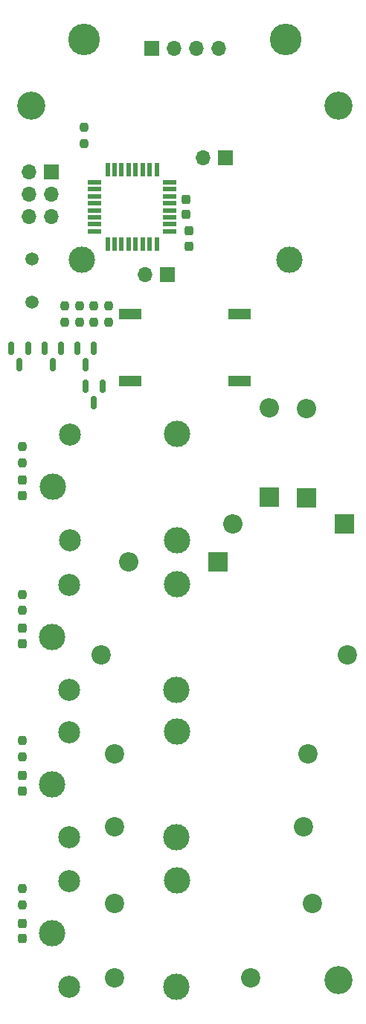
<source format=gbr>
%TF.GenerationSoftware,KiCad,Pcbnew,8.0.8-8.0.8-0~ubuntu24.04.1*%
%TF.CreationDate,2025-03-23T19:57:33+01:00*%
%TF.ProjectId,teaser,74656173-6572-42e6-9b69-6361645f7063,rev?*%
%TF.SameCoordinates,Original*%
%TF.FileFunction,Soldermask,Top*%
%TF.FilePolarity,Negative*%
%FSLAX46Y46*%
G04 Gerber Fmt 4.6, Leading zero omitted, Abs format (unit mm)*
G04 Created by KiCad (PCBNEW 8.0.8-8.0.8-0~ubuntu24.04.1) date 2025-03-23 19:57:33*
%MOMM*%
%LPD*%
G01*
G04 APERTURE LIST*
G04 Aperture macros list*
%AMRoundRect*
0 Rectangle with rounded corners*
0 $1 Rounding radius*
0 $2 $3 $4 $5 $6 $7 $8 $9 X,Y pos of 4 corners*
0 Add a 4 corners polygon primitive as box body*
4,1,4,$2,$3,$4,$5,$6,$7,$8,$9,$2,$3,0*
0 Add four circle primitives for the rounded corners*
1,1,$1+$1,$2,$3*
1,1,$1+$1,$4,$5*
1,1,$1+$1,$6,$7*
1,1,$1+$1,$8,$9*
0 Add four rect primitives between the rounded corners*
20,1,$1+$1,$2,$3,$4,$5,0*
20,1,$1+$1,$4,$5,$6,$7,0*
20,1,$1+$1,$6,$7,$8,$9,0*
20,1,$1+$1,$8,$9,$2,$3,0*%
G04 Aperture macros list end*
%ADD10RoundRect,0.150000X-0.150000X0.587500X-0.150000X-0.587500X0.150000X-0.587500X0.150000X0.587500X0*%
%ADD11R,1.700000X1.700000*%
%ADD12O,1.700000X1.700000*%
%ADD13RoundRect,0.237500X-0.237500X0.300000X-0.237500X-0.300000X0.237500X-0.300000X0.237500X0.300000X0*%
%ADD14RoundRect,0.237500X0.237500X-0.250000X0.237500X0.250000X-0.237500X0.250000X-0.237500X-0.250000X0*%
%ADD15RoundRect,0.237500X-0.237500X0.250000X-0.237500X-0.250000X0.237500X-0.250000X0.237500X0.250000X0*%
%ADD16C,3.600000*%
%ADD17R,1.600000X0.550000*%
%ADD18R,0.550000X1.600000*%
%ADD19C,3.000000*%
%ADD20C,2.500000*%
%ADD21RoundRect,0.237500X0.237500X-0.300000X0.237500X0.300000X-0.237500X0.300000X-0.237500X-0.300000X0*%
%ADD22RoundRect,0.237500X0.237500X-0.287500X0.237500X0.287500X-0.237500X0.287500X-0.237500X-0.287500X0*%
%ADD23C,3.200000*%
%ADD24C,1.500000*%
%ADD25R,2.200000X2.200000*%
%ADD26O,2.200000X2.200000*%
%ADD27R,2.500000X1.200000*%
%ADD28C,2.200000*%
G04 APERTURE END LIST*
D10*
%TO.C,Q3*%
X124650000Y-82600000D03*
X122750000Y-82600000D03*
X123700000Y-84475000D03*
%TD*%
D11*
%TO.C,J4*%
X147140000Y-60900000D03*
D12*
X144600000Y-60900000D03*
%TD*%
D13*
%TO.C,C4*%
X142600000Y-65637500D03*
X142600000Y-67362500D03*
%TD*%
D14*
%TO.C,R10*%
X130480000Y-79625000D03*
X130480000Y-77800000D03*
%TD*%
D15*
%TO.C,R12*%
X131000000Y-57487500D03*
X131000000Y-59312500D03*
%TD*%
D16*
%TO.C,J2*%
X154000000Y-47500000D03*
X131000000Y-47500000D03*
%TD*%
D17*
%TO.C,U3*%
X132250000Y-63700000D03*
X132250000Y-64500000D03*
X132250000Y-65300000D03*
X132250000Y-66100000D03*
X132250000Y-66900000D03*
X132250000Y-67700000D03*
X132250000Y-68500000D03*
X132250000Y-69300000D03*
D18*
X133700000Y-70750000D03*
X134500000Y-70750000D03*
X135300000Y-70750000D03*
X136100000Y-70750000D03*
X136900000Y-70750000D03*
X137700000Y-70750000D03*
X138500000Y-70750000D03*
X139300000Y-70750000D03*
D17*
X140750000Y-69300000D03*
X140750000Y-68500000D03*
X140750000Y-67700000D03*
X140750000Y-66900000D03*
X140750000Y-66100000D03*
X140750000Y-65300000D03*
X140750000Y-64500000D03*
X140750000Y-63700000D03*
D18*
X139300000Y-62250000D03*
X138500000Y-62250000D03*
X137700000Y-62250000D03*
X136900000Y-62250000D03*
X136100000Y-62250000D03*
X135300000Y-62250000D03*
X134500000Y-62250000D03*
X133700000Y-62250000D03*
%TD*%
D19*
%TO.C,K1*%
X127450000Y-98350000D03*
D20*
X129400000Y-104400000D03*
D19*
X141600000Y-104400000D03*
X141650000Y-92350000D03*
D20*
X129400000Y-92400000D03*
%TD*%
D14*
%TO.C,R8*%
X133800000Y-79612500D03*
X133800000Y-77787500D03*
%TD*%
D19*
%TO.C,K2*%
X127400000Y-132200000D03*
D20*
X129350000Y-138250000D03*
D19*
X141550000Y-138250000D03*
X141600000Y-126200000D03*
D20*
X129350000Y-126250000D03*
%TD*%
D15*
%TO.C,R17*%
X124030000Y-93775000D03*
X124030000Y-95600000D03*
%TD*%
D21*
%TO.C,C5*%
X143000000Y-70962500D03*
X143000000Y-69237500D03*
%TD*%
D22*
%TO.C,D14*%
X123980000Y-116187500D03*
X123980000Y-114437500D03*
%TD*%
D10*
%TO.C,Q1*%
X132150000Y-82600000D03*
X130250000Y-82600000D03*
X131200000Y-84475000D03*
%TD*%
D19*
%TO.C,K4*%
X127400000Y-115450000D03*
D20*
X129350000Y-121500000D03*
D19*
X141550000Y-121500000D03*
X141600000Y-109450000D03*
D20*
X129350000Y-109500000D03*
%TD*%
D23*
%TO.C,H2*%
X160000000Y-55000000D03*
%TD*%
D10*
%TO.C,Q4*%
X133100000Y-86900000D03*
X131200000Y-86900000D03*
X132150000Y-88775000D03*
%TD*%
D11*
%TO.C,SW1*%
X140550000Y-74200000D03*
D12*
X138010000Y-74200000D03*
%TD*%
D19*
%TO.C,K3*%
X127400000Y-149150000D03*
D20*
X129350000Y-155200000D03*
D19*
X141550000Y-155200000D03*
X141600000Y-143150000D03*
D20*
X129350000Y-143200000D03*
%TD*%
D22*
%TO.C,D15*%
X124000000Y-99375000D03*
X124000000Y-97625000D03*
%TD*%
D14*
%TO.C,R11*%
X128800000Y-79625000D03*
X128800000Y-77800000D03*
%TD*%
D10*
%TO.C,Q2*%
X128400000Y-82600000D03*
X126500000Y-82600000D03*
X127450000Y-84475000D03*
%TD*%
D22*
%TO.C,D12*%
X124000000Y-132937500D03*
X124000000Y-131187500D03*
%TD*%
D24*
%TO.C,Y1*%
X125100000Y-72440000D03*
X125100000Y-77320000D03*
%TD*%
D19*
%TO.C,J3*%
X130760000Y-72500000D03*
X154360000Y-72500000D03*
D11*
X138760000Y-48500000D03*
D12*
X141300000Y-48500000D03*
X143840000Y-48500000D03*
X146380000Y-48500000D03*
%TD*%
D25*
%TO.C,D4*%
X152100000Y-99500000D03*
D26*
X152100000Y-89340000D03*
%TD*%
D23*
%TO.C,H3*%
X160000000Y-154500000D03*
%TD*%
D15*
%TO.C,R16*%
X124000000Y-110587500D03*
X124000000Y-112412500D03*
%TD*%
D23*
%TO.C,H1*%
X125000000Y-55000000D03*
%TD*%
D15*
%TO.C,R15*%
X124000000Y-144087500D03*
X124000000Y-145912500D03*
%TD*%
D14*
%TO.C,R9*%
X132100000Y-79612500D03*
X132100000Y-77787500D03*
%TD*%
D27*
%TO.C,SW7*%
X136250000Y-86310000D03*
X148750000Y-86310000D03*
X136250000Y-78690000D03*
X148750000Y-78690000D03*
%TD*%
D22*
%TO.C,D13*%
X123990000Y-149762500D03*
X123990000Y-148012500D03*
%TD*%
D15*
%TO.C,R14*%
X124000000Y-127237500D03*
X124000000Y-129062500D03*
%TD*%
D25*
%TO.C,D5*%
X156300000Y-99580000D03*
D26*
X156300000Y-89420000D03*
%TD*%
D12*
%TO.C,J1*%
X124800000Y-67580000D03*
X127340000Y-67580000D03*
X124800000Y-65040000D03*
X127340000Y-65040000D03*
X124800000Y-62500000D03*
D11*
X127340000Y-62500000D03*
%TD*%
D28*
%TO.C,C10*%
X150000000Y-154250000D03*
X134500000Y-154250000D03*
%TD*%
D25*
%TO.C,D2*%
X160700000Y-102600000D03*
D26*
X148000000Y-102600000D03*
%TD*%
D28*
%TO.C,C11*%
X157000000Y-145750000D03*
X134500000Y-145750000D03*
%TD*%
%TO.C,C7*%
X156000000Y-137000000D03*
X134500000Y-137000000D03*
%TD*%
%TO.C,C12*%
X161000000Y-117500000D03*
X133000000Y-117500000D03*
%TD*%
%TO.C,C8*%
X156500000Y-128750000D03*
X134500000Y-128750000D03*
%TD*%
D25*
%TO.C,D7*%
X146300000Y-106900000D03*
D26*
X136140000Y-106900000D03*
%TD*%
M02*

</source>
